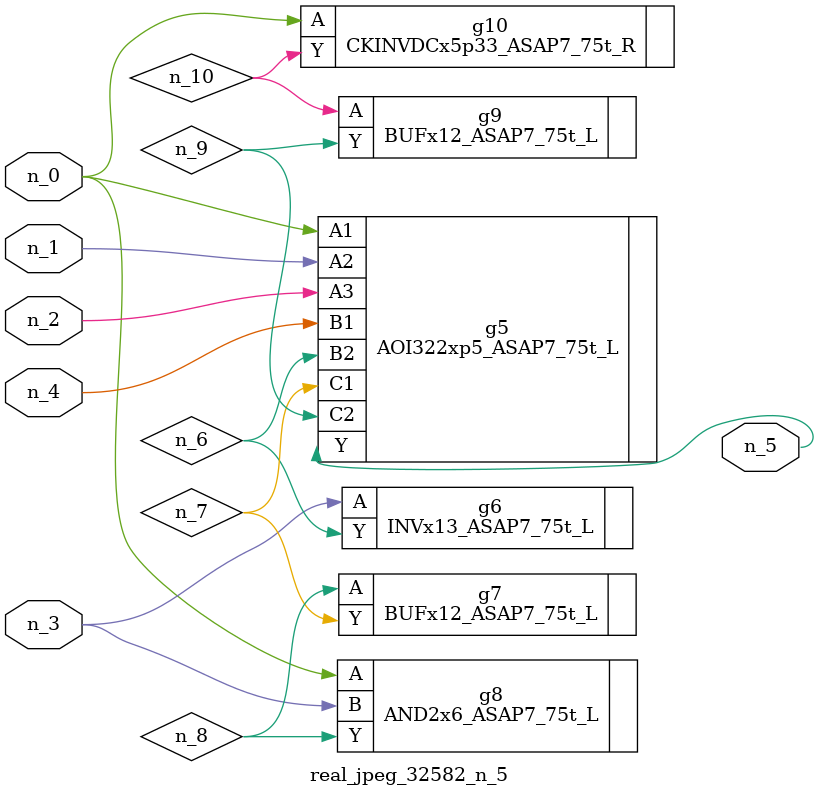
<source format=v>
module real_jpeg_32582_n_5 (n_4, n_0, n_1, n_2, n_3, n_5);

input n_4;
input n_0;
input n_1;
input n_2;
input n_3;

output n_5;

wire n_8;
wire n_6;
wire n_7;
wire n_10;
wire n_9;

AOI322xp5_ASAP7_75t_L g5 ( 
.A1(n_0),
.A2(n_1),
.A3(n_2),
.B1(n_4),
.B2(n_6),
.C1(n_7),
.C2(n_9),
.Y(n_5)
);

AND2x6_ASAP7_75t_L g8 ( 
.A(n_0),
.B(n_3),
.Y(n_8)
);

CKINVDCx5p33_ASAP7_75t_R g10 ( 
.A(n_0),
.Y(n_10)
);

INVx13_ASAP7_75t_L g6 ( 
.A(n_3),
.Y(n_6)
);

BUFx12_ASAP7_75t_L g7 ( 
.A(n_8),
.Y(n_7)
);

BUFx12_ASAP7_75t_L g9 ( 
.A(n_10),
.Y(n_9)
);


endmodule
</source>
